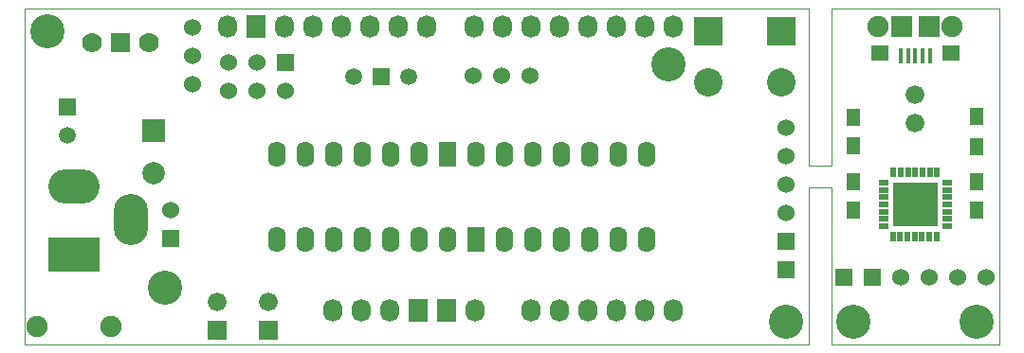
<source format=gts>
G04 #@! TF.FileFunction,Soldermask,Top*
%FSLAX46Y46*%
G04 Gerber Fmt 4.6, Leading zero omitted, Abs format (unit mm)*
G04 Created by KiCad (PCBNEW (2014-11-14 BZR 5284)-product) date Mon Dec  1 16:34:15 2014*
%MOMM*%
G01*
G04 APERTURE LIST*
%ADD10C,0.100000*%
%ADD11C,1.778000*%
%ADD12R,1.778000X1.778000*%
%ADD13R,2.540000X2.540000*%
%ADD14C,2.540000*%
%ADD15C,3.048000*%
%ADD16R,4.572000X3.048000*%
%ADD17O,4.572000X3.048000*%
%ADD18O,3.048000X4.572000*%
%ADD19C,1.524000*%
%ADD20R,1.524000X1.524000*%
%ADD21O,1.727200X2.032000*%
%ADD22R,1.727200X2.032000*%
%ADD23C,1.676400*%
%ADD24R,1.676400X1.676400*%
%ADD25O,1.574800X2.286000*%
%ADD26R,1.574800X2.286000*%
%ADD27C,1.905000*%
%ADD28C,1.501140*%
%ADD29R,1.501140X1.501140*%
%ADD30C,1.998980*%
%ADD31R,1.998980X1.998980*%
%ADD32R,1.250000X1.500000*%
%ADD33R,0.406400X1.371600*%
%ADD34R,1.600200X1.422400*%
%ADD35R,1.905000X1.905000*%
%ADD36R,1.300000X1.500000*%
%ADD37R,0.492760X0.942340*%
%ADD38R,0.942340X0.492760*%
%ADD39R,2.042160X2.042160*%
G04 APERTURE END LIST*
D10*
X102000000Y-46000000D02*
X102000000Y-60000000D01*
X100000000Y-46000000D02*
X102000000Y-46000000D01*
X100000000Y-60000000D02*
X100000000Y-46000000D01*
X102000000Y-44000000D02*
X102000000Y-30000000D01*
X100000000Y-44000000D02*
X102000000Y-44000000D01*
X100000000Y-30000000D02*
X100000000Y-44000000D01*
X117000000Y-60000000D02*
X102000000Y-60000000D01*
X117000000Y-30000000D02*
X117000000Y-60000000D01*
X102000000Y-30000000D02*
X117000000Y-30000000D01*
X30000000Y-60000000D02*
X30000000Y-30000000D01*
X100000000Y-60000000D02*
X30000000Y-60000000D01*
X30000000Y-30000000D02*
X100000000Y-30000000D01*
D11*
X35960000Y-33000000D03*
D12*
X38500000Y-33000000D03*
D11*
X41040000Y-33000000D03*
D13*
X97550000Y-32050000D03*
D14*
X91050000Y-36550000D03*
X97550000Y-36550000D03*
D13*
X91050000Y-32050000D03*
D15*
X98000000Y-58000000D03*
X42500000Y-55000000D03*
D16*
X34400000Y-52000000D03*
D17*
X34400000Y-45904000D03*
D18*
X39480000Y-48825000D03*
D19*
X48160000Y-37370000D03*
X48160000Y-34830000D03*
X50700000Y-37370000D03*
X50700000Y-34830000D03*
X53240000Y-37370000D03*
D20*
X53240000Y-34830000D03*
D21*
X65890000Y-31600000D03*
X63350000Y-31600000D03*
X60810000Y-31600000D03*
X58270000Y-31600000D03*
X55730000Y-31600000D03*
X53190000Y-31600000D03*
D22*
X50650000Y-31600000D03*
D21*
X48110000Y-31600000D03*
X87890000Y-31600000D03*
X85350000Y-31600000D03*
X82810000Y-31600000D03*
X80270000Y-31600000D03*
X77730000Y-31600000D03*
X75190000Y-31600000D03*
X72650000Y-31600000D03*
X70110000Y-31600000D03*
X75150000Y-57000000D03*
X77690000Y-57000000D03*
X80230000Y-57000000D03*
X82770000Y-57000000D03*
X85310000Y-57000000D03*
X87850000Y-57000000D03*
X57450000Y-57000000D03*
X59990000Y-57000000D03*
X62530000Y-57000000D03*
D22*
X65070000Y-57000000D03*
X67610000Y-57000000D03*
D21*
X70150000Y-57000000D03*
D19*
X45000000Y-31710000D03*
X45000000Y-34250000D03*
X45000000Y-36790000D03*
D23*
X51700000Y-56230000D03*
D24*
X51700000Y-58770000D03*
D23*
X47200000Y-56230000D03*
D24*
X47200000Y-58770000D03*
D25*
X82970000Y-42990000D03*
X80430000Y-42990000D03*
X77890000Y-42990000D03*
X75350000Y-42990000D03*
X72810000Y-42990000D03*
X70270000Y-42990000D03*
D26*
X67730000Y-42990000D03*
D25*
X65190000Y-42990000D03*
X62650000Y-42990000D03*
X60110000Y-42990000D03*
X57570000Y-42990000D03*
X55030000Y-42990000D03*
X52490000Y-42990000D03*
X85510000Y-42990000D03*
X52490000Y-50610000D03*
X55030000Y-50610000D03*
X57570000Y-50610000D03*
X60110000Y-50610000D03*
X62650000Y-50610000D03*
X65190000Y-50610000D03*
X67730000Y-50610000D03*
D26*
X70270000Y-50610000D03*
D25*
X72810000Y-50610000D03*
X75350000Y-50610000D03*
X77890000Y-50610000D03*
X80430000Y-50610000D03*
X82970000Y-50610000D03*
X85510000Y-50610000D03*
D20*
X98000000Y-53350000D03*
X98000000Y-50810000D03*
D19*
X98000000Y-48270000D03*
X98000000Y-45730000D03*
X98000000Y-43190000D03*
X98000000Y-40650000D03*
D27*
X37702000Y-58467000D03*
X31098000Y-58467000D03*
D28*
X64240940Y-36100000D03*
X59359060Y-36100000D03*
D29*
X61800000Y-36100000D03*
D30*
X41500000Y-44750000D03*
D31*
X41500000Y-40940000D03*
D15*
X32000000Y-32000000D03*
X87500000Y-35000000D03*
D19*
X70060000Y-36000000D03*
X72600000Y-36000000D03*
X75140000Y-36000000D03*
D29*
X33800000Y-38760000D03*
D28*
X33800000Y-41300000D03*
D32*
X104000000Y-45500000D03*
X104000000Y-48000000D03*
X104000000Y-42250000D03*
X104000000Y-39750000D03*
X115000000Y-45500000D03*
X115000000Y-48000000D03*
D23*
X109500000Y-37730000D03*
X109500000Y-40270000D03*
D20*
X103150000Y-54000000D03*
X105690000Y-54000000D03*
D19*
X108230000Y-54000000D03*
X110770000Y-54000000D03*
X113310000Y-54000000D03*
X115850000Y-54000000D03*
D33*
X109500000Y-34250000D03*
X108849760Y-34250000D03*
X108199520Y-34250000D03*
X110150240Y-34250000D03*
X110800480Y-34250000D03*
D34*
X112675000Y-33996000D03*
X106325000Y-33996000D03*
D35*
X110706500Y-31583000D03*
X108293500Y-31583000D03*
D27*
X112802000Y-31583000D03*
X106198000Y-31583000D03*
D36*
X115000000Y-39650000D03*
X115000000Y-42350000D03*
D37*
X110800480Y-44650120D03*
X110150240Y-44650120D03*
X109500000Y-44650120D03*
X108849760Y-44650120D03*
D38*
X106647580Y-45549280D03*
X106647580Y-46199520D03*
X106647580Y-46849760D03*
X106647580Y-47500000D03*
X106647580Y-48150240D03*
X106647580Y-48800480D03*
X106647580Y-49450720D03*
D37*
X111450720Y-44650120D03*
D39*
X108550040Y-46550040D03*
X110449960Y-46550040D03*
X110449960Y-48449960D03*
X108550040Y-48449960D03*
D37*
X107498480Y-50352420D03*
X108148720Y-50352420D03*
X108798960Y-50352420D03*
X109500000Y-50352420D03*
X110099440Y-50352420D03*
X110749680Y-50352420D03*
X111399920Y-50352420D03*
D38*
X112349880Y-49450720D03*
X112349880Y-48800480D03*
X112349880Y-48150240D03*
X112349880Y-47500000D03*
X112349880Y-46849760D03*
X112349880Y-46199520D03*
X112349880Y-45549280D03*
D37*
X108199520Y-44650120D03*
X107549280Y-44650120D03*
D15*
X115000000Y-58000000D03*
X104000000Y-58000000D03*
D20*
X43000000Y-50520000D03*
D19*
X43000000Y-47980000D03*
M02*

</source>
